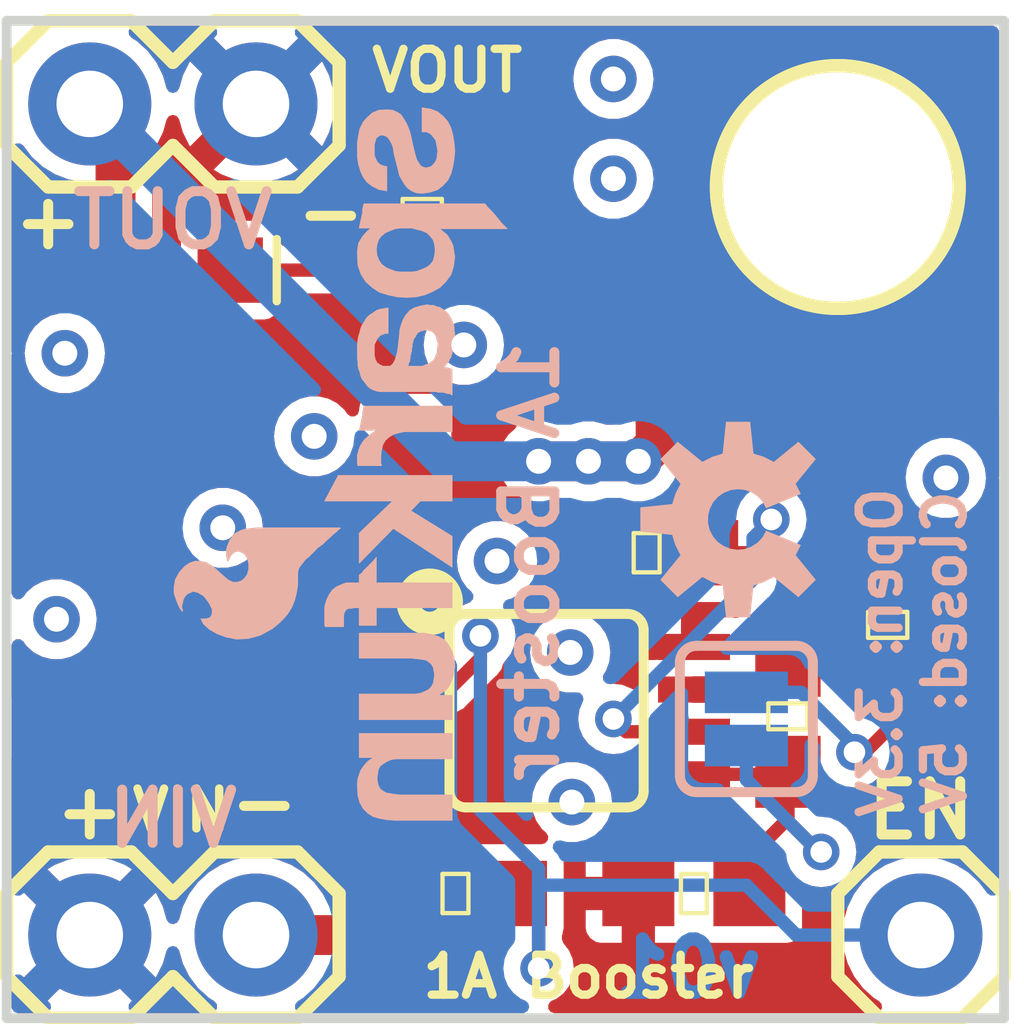
<source format=kicad_pcb>
(kicad_pcb (version 20221018) (generator pcbnew)
  (layers (0 "F.Cu" signal) (31 "B.Cu" signal) (34 "B.Paste" user) (35 "F.Paste" user) (36 "B.SilkS" user "B.Silkscreen") (37 "F.SilkS" user "F.Silkscreen") (38 "B.Mask" user) (39 "F.Mask" user) (44 "Edge.Cuts" user))
  (net 0 "")
  (net 1 "Net-(D1-PadC)")
  (net 2 "Net-(JP1-Pad1)")
  (net 3 "/VCC")
  (net 4 "/GND")
  (net 5 "/VBATT")
  (net 6 "/EN")
  (net 7 "/FB")
  (net 8 "/LX")
  (net 9 "/RSET")
  (footprint "Capacitors:0805" (layer "F.Cu") (at 67.17284 81.915 180)
    (fp_text reference "C1" hide)
    (fp_text value "22UF-0805-6.3V-20%" hide)
    (pad "1" smd rect (at -0.89916 0 180) (size 0.79756 1.19888) (layers "F.Cu" "F.Paste" "F.Mask") (net 5 "/VBATT"))
    (pad "2" smd rect (at 0.89916 0 180) (size 0.79756 1.19888) (layers "F.Cu" "F.Paste" "F.Mask") (net 4 "/GND"))
  )
  (footprint "Capacitors:0805" (layer "F.Cu") (at 72.517 76.327 180)
    (fp_text reference "C2" hide)
    (fp_text value "22UF-0805-6.3V-20%" hide)
    (pad "1" smd rect (at -0.89916 0 180) (size 0.79756 1.19888) (layers "F.Cu" "F.Paste" "F.Mask") (net 3 "/VCC"))
    (pad "2" smd rect (at 0.89916 0 180) (size 0.79756 1.19888) (layers "F.Cu" "F.Paste" "F.Mask") (net 4 "/GND"))
  )
  (footprint "Capacitors:0805" (layer "F.Cu") (at 71.374 73.914 90)
    (fp_text reference "C3" hide)
    (fp_text value "22UF-0805-6.3V-20%" hide)
    (pad "1" smd rect (at -0.89916 0 90) (size 0.79756 1.19888) (layers "F.Cu" "F.Paste" "F.Mask") (net 3 "/VCC"))
    (pad "2" smd rect (at 0.89916 0 90) (size 0.79756 1.19888) (layers "F.Cu" "F.Paste" "F.Mask") (net 4 "/GND"))
  )
  (footprint "LED:LED-0603" (layer "F.Cu") (at 66.04 74.93)
    (fp_text reference "D1" hide)
    (fp_text value "LED-RED0603" hide)
    (fp_line (start 1.5875 -0.47498) (end 1.5875 0.47498) (stroke (width 0.127)) (layer "F.SilkS"))
    (pad "A" smd rect (at -0.8763 0 270) (size 0.99822 0.99822) (layers "F.Cu" "F.Paste" "F.Mask") (net 3 "/VCC"))
    (pad "C" smd rect (at 0.8763 0 270) (size 0.99822 0.99822) (layers "F.Cu" "F.Paste" "F.Mask") (net 1 "Net-(D1-PadC)"))
  )
  (footprint "Aesthetics:FIDUCIAL-1X2" (layer "F.Cu") (at 77.724 76.962)
    (fp_text reference "FD1" hide)
    (fp_text value "FIDUCIAL1X2" hide)
    (pad "1" smd circle (at 0 0) (size 0.99822 0.99822) (layers "F.Cu" "F.Paste" "F.Mask"))
  )
  (footprint "Aesthetics:FIDUCIAL-1X2" (layer "F.Cu") (at 64.389 81.915)
    (fp_text reference "FD2" hide)
    (fp_text value "FIDUCIAL1X2" hide)
    (pad "1" smd circle (at 0 0) (size 0.99822 0.99822) (layers "F.Cu" "F.Paste" "F.Mask"))
  )
  (footprint "Hardware:STAND-OFF" (layer "F.Cu") (at 76.2 73.66)
    (fp_text reference "H1" hide)
    (fp_text value "STAND-OFF" hide)
    (fp_arc (start 0 -1.8542) (mid 1.8542 0) (end 0 1.8542) (stroke (width 0.2032)) (layer "F.SilkS"))
    (fp_arc (start 0 -1.8542) (mid 1.8542 0) (end 0 1.8542) (stroke (width 0.2032)) (layer "F.SilkS"))
    (fp_arc (start 0 1.8542) (mid -1.8542 0) (end 0 -1.8542) (stroke (width 0.2032)) (layer "F.SilkS"))
    (fp_arc (start 0 1.8542) (mid -1.8542 0) (end 0 -1.8542) (stroke (width 0.2032)) (layer "F.SilkS"))
    (pad "" np_thru_hole circle (at 0 0) (size 3.302 3.302) (drill 3.302) (layers "*.Cu" "*.Mask"))
  )
  (footprint "Coils:INDUCTOR_2.2UH" (layer "F.Cu") (at 67.691 77.724)
    (fp_text reference "L1" hide)
    (fp_text value "INDUCTOR-CDRH-4.7UH" hide)
    (pad "P$1" smd rect (at -1.89992 0 90) (size 1.29794 0.89916) (layers "F.Cu" "F.Paste" "F.Mask") (net 5 "/VBATT"))
    (pad "P$2" smd rect (at 1.89992 0) (size 0.89916 1.29794) (layers "F.Cu" "F.Paste" "F.Mask") (net 8 "/LX"))
  )
  (footprint "Resistors:0603" (layer "F.Cu") (at 70.358 84.455)
    (fp_text reference "R1" hide)
    (fp_text value "10KOHM-0603-1_10W-1%" hide)
    (fp_line (start -0.19812 -0.29972) (end 0.19812 -0.29972) (stroke (width 0.06604)) (layer "F.SilkS"))
    (fp_line (start -0.19812 0.29972) (end -0.19812 -0.29972) (stroke (width 0.06604)) (layer "F.SilkS"))
    (fp_line (start -0.19812 0.29972) (end 0.19812 0.29972) (stroke (width 0.06604)) (layer "F.SilkS"))
    (fp_line (start 0.19812 0.29972) (end 0.19812 -0.29972) (stroke (width 0.06604)) (layer "F.SilkS"))
    (pad "1" smd rect (at -0.84836 0) (size 1.09982 0.99822) (layers "F.Cu" "F.Paste" "F.Mask") (net 5 "/VBATT"))
    (pad "2" smd rect (at 0.84836 0) (size 1.09982 0.99822) (layers "F.Cu" "F.Paste" "F.Mask") (net 6 "/EN"))
  )
  (footprint "Resistors:0603" (layer "F.Cu") (at 73.279 79.248 180)
    (fp_text reference "R2" hide)
    (fp_text value "100KOHM-0603-1_10W-1%" hide)
    (fp_line (start -0.19812 -0.29972) (end 0.19812 -0.29972) (stroke (width 0.06604)) (layer "F.SilkS"))
    (fp_line (start -0.19812 0.29972) (end -0.19812 -0.29972) (stroke (width 0.06604)) (layer "F.SilkS"))
    (fp_line (start -0.19812 0.29972) (end 0.19812 0.29972) (stroke (width 0.06604)) (layer "F.SilkS"))
    (fp_line (start 0.19812 0.29972) (end 0.19812 -0.29972) (stroke (width 0.06604)) (layer "F.SilkS"))
    (pad "1" smd rect (at -0.84836 0 180) (size 1.09982 0.99822) (layers "F.Cu" "F.Paste" "F.Mask") (net 9 "/RSET"))
    (pad "2" smd rect (at 0.84836 0 180) (size 1.09982 0.99822) (layers "F.Cu" "F.Paste" "F.Mask") (net 4 "/GND"))
  )
  (footprint "Resistors:0603" (layer "F.Cu") (at 75.438 81.74736 90)
    (fp_text reference "R3" hide)
    (fp_text value "820KOHM-0603-1_10W-1%" hide)
    (fp_line (start -0.19812 -0.29972) (end 0.19812 -0.29972) (stroke (width 0.06604)) (layer "F.SilkS"))
    (fp_line (start -0.19812 0.29972) (end -0.19812 -0.29972) (stroke (width 0.06604)) (layer "F.SilkS"))
    (fp_line (start -0.19812 0.29972) (end 0.19812 0.29972) (stroke (width 0.06604)) (layer "F.SilkS"))
    (fp_line (start 0.19812 0.29972) (end 0.19812 -0.29972) (stroke (width 0.06604)) (layer "F.SilkS"))
    (pad "1" smd rect (at -0.84836 0 90) (size 1.09982 0.99822) (layers "F.Cu" "F.Paste" "F.Mask") (net 7 "/FB"))
    (pad "2" smd rect (at 0.84836 0 90) (size 1.09982 0.99822) (layers "F.Cu" "F.Paste" "F.Mask") (net 3 "/VCC"))
  )
  (footprint "Resistors:0603" (layer "F.Cu") (at 74.00036 84.455)
    (fp_text reference "R4" hide)
    (fp_text value "100KOHM-0603-1_10W-1%" hide)
    (fp_line (start -0.19812 -0.29972) (end 0.19812 -0.29972) (stroke (width 0.06604)) (layer "F.SilkS"))
    (fp_line (start -0.19812 0.29972) (end -0.19812 -0.29972) (stroke (width 0.06604)) (layer "F.SilkS"))
    (fp_line (start -0.19812 0.29972) (end 0.19812 0.29972) (stroke (width 0.06604)) (layer "F.SilkS"))
    (fp_line (start 0.19812 0.29972) (end 0.19812 -0.29972) (stroke (width 0.06604)) (layer "F.SilkS"))
    (pad "1" smd rect (at -0.84836 0) (size 1.09982 0.99822) (layers "F.Cu" "F.Paste" "F.Mask") (net 4 "/GND"))
    (pad "2" smd rect (at 0.84836 0) (size 1.09982 0.99822) (layers "F.Cu" "F.Paste" "F.Mask") (net 7 "/FB"))
  )
  (footprint "Resistors:0603" (layer "F.Cu") (at 76.962 80.35036 90)
    (fp_text reference "R5" hide)
    (fp_text value "820KOHM-0603-1_10W-1%" hide)
    (fp_line (start -0.19812 -0.29972) (end 0.19812 -0.29972) (stroke (width 0.06604)) (layer "F.SilkS"))
    (fp_line (start -0.19812 0.29972) (end -0.19812 -0.29972) (stroke (width 0.06604)) (layer "F.SilkS"))
    (fp_line (start -0.19812 0.29972) (end 0.19812 0.29972) (stroke (width 0.06604)) (layer "F.SilkS"))
    (fp_line (start 0.19812 0.29972) (end 0.19812 -0.29972) (stroke (width 0.06604)) (layer "F.SilkS"))
    (pad "1" smd rect (at -0.84836 0 90) (size 1.09982 0.99822) (layers "F.Cu" "F.Paste" "F.Mask") (net 2 "Net-(JP1-Pad1)"))
    (pad "2" smd rect (at 0.84836 0 90) (size 1.09982 0.99822) (layers "F.Cu" "F.Paste" "F.Mask") (net 3 "/VCC"))
  )
  (footprint "Resistors:0603" (layer "F.Cu") (at 69.85 74.041 -90)
    (fp_text reference "R6" hide)
    (fp_text value "4.7KOHM-0603-1_10W-1%" hide)
    (fp_line (start -0.19812 -0.29972) (end 0.19812 -0.29972) (stroke (width 0.06604)) (layer "F.SilkS"))
    (fp_line (start -0.19812 0.29972) (end -0.19812 -0.29972) (stroke (width 0.06604)) (layer "F.SilkS"))
    (fp_line (start -0.19812 0.29972) (end 0.19812 0.29972) (stroke (width 0.06604)) (layer "F.SilkS"))
    (fp_line (start 0.19812 0.29972) (end 0.19812 -0.29972) (stroke (width 0.06604)) (layer "F.SilkS"))
    (pad "1" smd rect (at -0.84836 0 270) (size 1.09982 0.99822) (layers "F.Cu" "F.Paste" "F.Mask") (net 4 "/GND"))
    (pad "2" smd rect (at 0.84836 0 270) (size 1.09982 0.99822) (layers "F.Cu" "F.Paste" "F.Mask") (net 1 "Net-(D1-PadC)"))
  )
  (footprint "Silicon-Standard:MSOP8" (layer "F.Cu") (at 71.755 81.661 -90)
    (fp_text reference "U1" hide)
    (fp_text value "PAM2401" hide)
    (fp_line (start -1.47828 -1.22936) (end -1.47828 1.22936) (stroke (width 0.1524)) (layer "F.SilkS"))
    (fp_line (start -1.2192 -1.47828) (end 1.23952 -1.47828) (stroke (width 0.1524)) (layer "F.SilkS"))
    (fp_line (start 1.23952 1.48844) (end -1.2192 1.48844) (stroke (width 0.1524)) (layer "F.SilkS"))
    (fp_line (start 1.47828 1.23952) (end 1.47828 -1.22936) (stroke (width 0.1524)) (layer "F.SilkS"))
    (fp_arc (start -1.47828 -1.22936) (mid -1.405373 -1.405373) (end -1.22936 -1.47828) (stroke (width 0.1524)) (layer "F.SilkS"))
    (fp_arc (start -1.22936 1.48844) (mid -1.405373 1.415533) (end -1.47828 1.23952) (stroke (width 0.1524)) (layer "F.SilkS"))
    (fp_arc (start 1.22936 -1.47828) (mid 1.405373 -1.405373) (end 1.47828 -1.22936) (stroke (width 0.1524)) (layer "F.SilkS"))
    (fp_arc (start 1.47828 1.23952) (mid 1.405373 1.415533) (end 1.22936 1.48844) (stroke (width 0.1524)) (layer "F.SilkS"))
    (fp_circle (center -1.6637 1.7907) (end -1.6637 1.6383) (stroke (width 0.3556)) (fill none) (layer "F.SilkS"))
    (pad "1" smd rect (at -0.97282 2.2479 270) (size 0.39878 1.09982) (layers "F.Cu" "F.Paste" "F.Mask") (net 8 "/LX"))
    (pad "2" smd rect (at -0.32258 2.2479 270) (size 0.39878 1.09982) (layers "F.Cu" "F.Paste" "F.Mask") (net 6 "/EN"))
    (pad "3" smd rect (at 0.32258 2.2479 270) (size 0.39878 1.09982) (layers "F.Cu" "F.Paste" "F.Mask") (net 5 "/VBATT"))
    (pad "4" smd rect (at 0.97282 2.2479 270) (size 0.39878 1.09982) (layers "F.Cu" "F.Paste" "F.Mask") (net 4 "/GND"))
    (pad "5" smd rect (at 0.97282 -2.2479 270) (size 0.39878 1.09982) (layers "F.Cu" "F.Paste" "F.Mask") (net 7 "/FB"))
    (pad "6" smd rect (at 0.32258 -2.2479 270) (size 0.39878 1.09982) (layers "F.Cu" "F.Paste" "F.Mask") (net 9 "/RSET"))
    (pad "7" smd rect (at -0.32258 -2.2479 270) (size 0.39878 1.09982) (layers "F.Cu" "F.Paste" "F.Mask") (net 3 "/VCC"))
    (pad "8" smd rect (at -0.97282 -2.2479 270) (size 0.39878 1.09982) (layers "F.Cu" "F.Paste" "F.Mask") (net 4 "/GND"))
  )
  (footprint "Connectors:1X02" (layer "F.Cu") (at 64.77 85.09)
    (fp_text reference "J1" hide)
    (fp_text value "CONN_02" hide)
    (fp_line (start -1.27 -0.635) (end -1.27 0.635) (stroke (width 0.2032)) (layer "F.SilkS"))
    (fp_line (start -1.27 0.635) (end -0.635 1.27) (stroke (width 0.2032)) (layer "F.SilkS"))
    (fp_line (start -0.635 -1.27) (end -1.27 -0.635) (stroke (width 0.2032)) (layer "F.SilkS"))
    (fp_line (start -0.635 -1.27) (end 0.635 -1.27) (stroke (width 0.2032)) (layer "F.SilkS"))
    (fp_line (start 0.635 -1.27) (end 1.27 -0.635) (stroke (width 0.2032)) (layer "F.SilkS"))
    (fp_line (start 0.635 1.27) (end -0.635 1.27) (stroke (width 0.2032)) (layer "F.SilkS"))
    (fp_line (start 1.27 -0.635) (end 1.905 -1.27) (stroke (width 0.2032)) (layer "F.SilkS"))
    (fp_line (start 1.27 0.635) (end 0.635 1.27) (stroke (width 0.2032)) (layer "F.SilkS"))
    (fp_line (start 1.905 -1.27) (end 3.175 -1.27) (stroke (width 0.2032)) (layer "F.SilkS"))
    (fp_line (start 1.905 1.27) (end 1.27 0.635) (stroke (width 0.2032)) (layer "F.SilkS"))
    (fp_line (start 3.175 -1.27) (end 3.81 -0.635) (stroke (width 0.2032)) (layer "F.SilkS"))
    (fp_line (start 3.175 1.27) (end 1.905 1.27) (stroke (width 0.2032)) (layer "F.SilkS"))
    (fp_line (start 3.81 -0.635) (end 3.81 0.635) (stroke (width 0.2032)) (layer "F.SilkS"))
    (fp_line (start 3.81 0.635) (end 3.175 1.27) (stroke (width 0.2032)) (layer "F.SilkS"))
    (pad "1" thru_hole circle (at 0 0) (size 1.8796 1.8796) (drill 1.016) (layers "*.Cu" "*.Mask") (net 4 "/GND"))
    (pad "2" thru_hole circle (at 2.54 0) (size 1.8796 1.8796) (drill 1.016) (layers "*.Cu" "*.Mask") (net 5 "/VBATT"))
  )
  (footprint "Connectors:1X01" (layer "F.Cu") (at 77.47 85.09)
    (fp_text reference "J2" hide)
    (fp_text value "CONN_01" hide)
    (fp_line (start -1.27 -0.635) (end -1.27 0.635) (stroke (width 0.2032)) (layer "F.SilkS"))
    (fp_line (start -1.27 0.635) (end -0.635 1.27) (stroke (width 0.2032)) (layer "F.SilkS"))
    (fp_line (start -0.635 -1.27) (end -1.27 -0.635) (stroke (width 0.2032)) (layer "F.SilkS"))
    (fp_line (start -0.635 1.27) (end 0.635 1.27) (stroke (width 0.2032)) (layer "F.SilkS"))
    (fp_line (start 0.635 -1.27) (end -0.635 -1.27) (stroke (width 0.2032)) (layer "F.SilkS"))
    (fp_line (start 0.635 1.27) (end 1.27 0.635) (stroke (width 0.2032)) (layer "F.SilkS"))
    (fp_line (start 1.27 -0.635) (end 0.635 -1.27) (stroke (width 0.2032)) (layer "F.SilkS"))
    (fp_line (start 1.27 0.635) (end 1.27 -0.635) (stroke (width 0.2032)) (layer "F.SilkS"))
    (pad "1" thru_hole circle (at 0 0) (size 1.8796 1.8796) (drill 1.016) (layers "*.Cu" "*.Mask") (net 6 "/EN"))
  )
  (footprint "Connectors:1X02" (layer "F.Cu") (at 67.31 72.39 180)
    (fp_text reference "J3" hide)
    (fp_text value "CONN_02" hide)
    (fp_line (start -1.27 -0.635) (end -1.27 0.635) (stroke (width 0.2032)) (layer "F.SilkS"))
    (fp_line (start -1.27 0.635) (end -0.635 1.27) (stroke (width 0.2032)) (layer "F.SilkS"))
    (fp_line (start -0.635 -1.27) (end -1.27 -0.635) (stroke (width 0.2032)) (layer "F.SilkS"))
    (fp_line (start -0.635 -1.27) (end 0.635 -1.27) (stroke (width 0.2032)) (layer "F.SilkS"))
    (fp_line (start 0.635 -1.27) (end 1.27 -0.635) (stroke (width 0.2032)) (layer "F.SilkS"))
    (fp_line (start 0.635 1.27) (end -0.635 1.27) (stroke (width 0.2032)) (layer "F.SilkS"))
    (fp_line (start 1.27 -0.635) (end 1.905 -1.27) (stroke (width 0.2032)) (layer "F.SilkS"))
    (fp_line (start 1.27 0.635) (end 0.635 1.27) (stroke (width 0.2032)) (layer "F.SilkS"))
    (fp_line (start 1.905 -1.27) (end 3.175 -1.27) (stroke (width 0.2032)) (layer "F.SilkS"))
    (fp_line (start 1.905 1.27) (end 1.27 0.635) (stroke (width 0.2032)) (layer "F.SilkS"))
    (fp_line (start 3.175 -1.27) (end 3.81 -0.635) (stroke (width 0.2032)) (layer "F.SilkS"))
    (fp_line (start 3.175 1.27) (end 1.905 1.27) (stroke (width 0.2032)) (layer "F.SilkS"))
    (fp_line (start 3.81 -0.635) (end 3.81 0.635) (stroke (width 0.2032)) (layer "F.SilkS"))
    (fp_line (start 3.81 0.635) (end 3.175 1.27) (stroke (width 0.2032)) (layer "F.SilkS"))
    (pad "1" thru_hole circle (at 0 0 180) (size 1.8796 1.8796) (drill 1.016) (layers "*.Cu" "*.Mask") (net 4 "/GND"))
    (pad "2" thru_hole circle (at 2.54 0 180) (size 1.8796 1.8796) (drill 1.016) (layers "*.Cu" "*.Mask") (net 3 "/VCC"))
  )
  (footprint "Jumpers:SMT-JUMPER_2_NO_SILK" (layer "B.Cu") (at 74.803 81.788 -90)
    (fp_text reference "JP1" hide)
    (fp_text value "JUMPER-SMT_2_NO" hide)
    (fp_line (start -1.1176 -0.762) (end -1.1176 0.762) (stroke (width 0.1524)) (layer "B.SilkS"))
    (fp_line (start -0.8636 1.016) (end 0.8636 1.016) (stroke (width 0.1524)) (layer "B.SilkS"))
    (fp_line (start 0.8636 -1.016) (end -0.8636 -1.016) (stroke (width 0.1524)) (layer "B.SilkS"))
    (fp_line (start 1.1176 -0.762) (end 1.1176 0.762) (stroke (width 0.1524)) (layer "B.SilkS"))
    (fp_arc (start -1.1176 -0.762) (mid -1.043205 -0.941605) (end -0.8636 -1.016) (stroke (width 0.1524)) (layer "B.SilkS"))
    (fp_arc (start -0.8636 1.016) (mid -1.043205 0.941605) (end -1.1176 0.762) (stroke (width 0.1524)) (layer "B.SilkS"))
    (fp_arc (start 0.8636 -1.016) (mid 1.043205 -0.941605) (end 1.1176 -0.762) (stroke (width 0.1524)) (layer "B.SilkS"))
    (fp_arc (start 1.1176 0.762) (mid 1.043205 0.941605) (end 0.8636 1.016) (stroke (width 0.1524)) (layer "B.SilkS"))
    (pad "1" smd rect (at -0.4064 0 270) (size 0.635 1.27) (layers "B.Cu" "B.Mask") (net 2 "Net-(JP1-Pad1)"))
    (pad "2" smd rect (at 0.4064 0 270) (size 0.635 1.27) (layers "B.Cu" "B.Mask") (net 7 "/FB"))
  )
  (footprint "Aesthetics:SFE_LOGO_NAME_FLAME_.1" (layer "B.Cu") (at 71.247 72.009 -90)
    (fp_text reference "LOGO1" hide)
    (fp_text value "SFE_LOGO_NAME_FLAME.1_INCH" hide)
    (fp_poly (pts (xy 2.9083 1.39954) (xy 2.93878 1.47828) (xy 2.94894 1.55956) (xy 2.94894 1.6383) (xy 3.33756 1.62814) (xy 3.32994 1.48844) (xy 3.29946 1.3589) (xy 3.24866 1.23952)) (stroke (width 0.01)) (fill solid) (layer "B.SilkS"))
    (fp_poly (pts (xy 6.0579 2.6797) (xy 6.44906 2.88798) (xy 6.44906 1.84912) (xy 6.93928 2.35966) (xy 7.39902 2.35966) (xy 6.86816 1.83896) (xy 7.45998 0.9398) (xy 6.98754 0.9398) (xy 6.59892 1.56972) (xy 6.44906 1.42748) (xy 6.44906 0.9398) (xy 6.0579 0.9398)) (stroke (width 0.01)) (fill solid) (layer "B.SilkS"))
    (fp_poly (pts (xy 3.92938 1.74752) (xy 4.01828 1.75768) (xy 4.10972 1.76784) (xy 4.1783 1.778) (xy 4.2291 1.57988) (xy 4.20878 1.56972) (xy 4.18846 1.56972) (xy 4.15798 1.55956) (xy 4.11988 1.55956) (xy 4.0894 1.5494) (xy 4.04876 1.5494) (xy 4.02844 1.53924) (xy 4.00812 1.53924)) (stroke (width 0.01)) (fill solid) (layer "B.SilkS"))
    (fp_poly (pts (xy 4.99872 2.28854) (xy 5.04952 2.2987) (xy 5.08762 2.30886) (xy 5.13842 2.30886) (xy 5.18922 2.31902) (xy 5.22986 2.32918) (xy 5.27812 2.33934) (xy 5.32892 2.3495) (xy 5.36956 2.35966) (xy 5.36956 2.08788) (xy 5.40766 2.159) (xy 5.4483 2.2098) (xy 5.4991 2.26822) (xy 5.5499 2.30886) (xy 5.61848 2.3495) (xy 5.67944 2.36982) (xy 5.74802 2.3876) (xy 5.88772 2.3876) (xy 5.89788 2.37998) (xy 5.90804 2.37998) (xy 5.90804 2.0193) (xy 5.89788 2.0193) (xy 5.87756 2.02946) (xy 5.76834 2.02946) (xy 5.66928 2.0193) (xy 5.588 1.99898) (xy 5.51942 1.95834) (xy 5.46862 1.89992) (xy 5.42798 1.8288) (xy 5.40766 1.75768) (xy 5.38988 1.66878) (xy 5.38988 0.9398) (xy 4.99872 0.9398) (xy 4.99872 2.11836)) (stroke (width 0.01)) (fill solid) (layer "B.SilkS"))
    (fp_poly (pts (xy 7.69874 2.09804) (xy 7.30758 2.09804) (xy 7.34822 2.12852) (xy 7.3787 2.159) (xy 7.40918 2.18948) (xy 7.44982 2.22758) (xy 7.47776 2.25806) (xy 7.50824 2.28854) (xy 7.54888 2.31902) (xy 7.57936 2.35966) (xy 7.69874 2.35966) (xy 7.69874 2.55778) (xy 7.72922 2.63906) (xy 7.7597 2.70764) (xy 7.80796 2.7686) (xy 7.87908 2.8194) (xy 7.95782 2.8575) (xy 8.05942 2.88798) (xy 8.34898 2.88798) (xy 8.3693 2.87782) (xy 8.3693 2.59842) (xy 8.19912 2.59842) (xy 8.15848 2.58826) (xy 8.13816 2.5781) (xy 8.11784 2.56794) (xy 8.09752 2.54) (xy 8.0899 2.51968) (xy 8.0899 2.47904) (xy 8.07974 2.4384) (xy 8.07974 2.35966) (xy 8.34898 2.35966) (xy 8.34898 2.09804) (xy 8.07974 2.09804) (xy 8.07974 0.9398) (xy 7.69874 0.9398) (xy 7.69874 1.94818)) (stroke (width 0.01)) (fill solid) (layer "B.SilkS"))
    (fp_poly (pts (xy 9.78916 0.9398) (xy 9.41832 0.9398) (xy 9.41832 1.13792) (xy 9.40816 1.13792) (xy 9.36752 1.0795) (xy 9.32942 1.0287) (xy 9.27862 0.98806) (xy 9.21766 0.95758) (xy 9.1694 0.9398) (xy 9.10844 0.91948) (xy 9.03986 0.90932) (xy 8.9789 0.89916) (xy 8.8392 0.90932) (xy 8.72998 0.94996) (xy 8.63854 0.99822) (xy 8.56996 1.05918) (xy 8.51916 1.14808) (xy 8.48868 1.24968) (xy 8.46836 1.3589) (xy 8.46836 2.35966) (xy 8.84936 2.35966) (xy 8.84936 1.55956) (xy 8.85952 1.47828) (xy 8.86968 1.39954) (xy 8.87984 1.33858) (xy 8.90778 1.29794) (xy 8.93826 1.25984) (xy 8.98906 1.22936) (xy 9.03986 1.2192) (xy 9.09828 1.20904) (xy 9.17956 1.2192) (xy 9.23798 1.22936) (xy 9.28878 1.25984) (xy 9.32942 1.29794) (xy 9.3599 1.3589) (xy 9.38784 1.42748) (xy 9.398 1.50876) (xy 9.398 2.35966) (xy 9.78916 2.35966) (xy 9.78916 1.1176)) (stroke (width 0.01)) (fill solid) (layer "B.SilkS"))
    (fp_poly (pts (xy 9.99998 2.35966) (xy 10.36828 2.35966) (xy 10.36828 2.159) (xy 10.37844 2.159) (xy 10.41908 2.21996) (xy 10.45972 2.25806) (xy 10.50798 2.2987) (xy 10.56894 2.33934) (xy 10.6299 2.35966) (xy 10.68832 2.37998) (xy 10.74928 2.3876) (xy 10.8077 2.3876) (xy 10.94994 2.37998) (xy 11.05916 2.3495) (xy 11.14806 2.2987) (xy 11.21918 2.22758) (xy 11.26998 2.14884) (xy 11.29792 2.04978) (xy 11.31824 1.93802) (xy 11.3284 1.80848) (xy 11.3284 0.9398) (xy 10.93978 0.9398) (xy 10.93978 1.7399) (xy 10.92962 1.81864) (xy 10.91946 1.88976) (xy 10.9093 1.94818) (xy 10.87882 1.99898) (xy 10.84834 2.03962) (xy 10.79754 2.06756) (xy 10.74928 2.07772) (xy 10.68832 2.08788) (xy 10.60958 2.07772) (xy 10.54862 2.06756) (xy 10.49782 2.03962) (xy 10.45972 1.98882) (xy 10.42924 1.93802) (xy 10.39876 1.86944) (xy 10.3886 1.778) (xy 10.3886 0.9398) (xy 9.99998 0.9398) (xy 9.99998 2.17932)) (stroke (width 0.01)) (fill solid) (layer "B.SilkS"))
    (fp_poly (pts (xy 3.24866 1.23952) (xy 3.1877 1.12776) (xy 3.0988 1.03886) (xy 2.98958 0.95758) (xy 2.86766 0.91948) (xy 2.7178 0.89916) (xy 2.65938 0.90932) (xy 2.59842 0.91948) (xy 2.54 0.92964) (xy 2.47904 0.95758) (xy 2.42824 0.98806) (xy 2.37998 1.01854) (xy 2.33934 1.06934) (xy 2.2987 1.1176) (xy 2.28854 1.1176) (xy 2.28854 0.09906) (xy 2.2479 0.1397) (xy 2.19964 0.18796) (xy 2.14884 0.2286) (xy 2.09804 0.26924) (xy 2.04978 0.30988) (xy 1.99898 0.35814) (xy 1.95834 0.39878) (xy 1.90754 0.43942) (xy 1.90754 2.28854) (xy 1.94818 2.2987) (xy 1.99898 2.30886) (xy 2.04978 2.30886) (xy 2.08788 2.31902) (xy 2.13868 2.32918) (xy 2.17932 2.33934) (xy 2.22758 2.3495) (xy 2.27838 2.35966) (xy 2.27838 2.17932) (xy 2.31902 2.22758) (xy 2.35966 2.26822) (xy 2.40792 2.30886) (xy 2.45872 2.33934) (xy 2.50952 2.36982) (xy 2.56794 2.37998) (xy 2.6289 2.3876) (xy 2.69748 2.3876) (xy 2.84988 2.37998) (xy 2.98958 2.32918) (xy 3.0988 2.25806) (xy 3.1877 2.159) (xy 3.25882 2.04978) (xy 3.29946 1.9177) (xy 3.32994 1.778) (xy 3.33756 1.62814) (xy 2.94894 1.6383) (xy 2.94894 1.72974) (xy 2.93878 1.80848) (xy 2.9083 1.88976) (xy 2.87782 1.95834) (xy 2.82956 2.0193) (xy 2.7686 2.05994) (xy 2.69748 2.08788) (xy 2.60858 2.09804) (xy 2.52984 2.08788) (xy 2.44856 2.05994) (xy 2.39776 2.0193) (xy 2.3495 1.95834) (xy 2.31902 1.88976) (xy 2.28854 1.80848) (xy 2.27838 1.72974) (xy 2.27838 1.55956) (xy 2.2987 1.47828) (xy 2.31902 1.39954) (xy 2.3495 1.32842) (xy 2.39776 1.27762) (xy 2.45872 1.22936) (xy 2.52984 1.20904) (xy 2.61874 1.19888) (xy 2.69748 1.20904) (xy 2.77876 1.22936) (xy 2.83972 1.27762) (xy 2.87782 1.32842) (xy 2.9083 1.39954)) (stroke (width 0.01)) (fill solid) (layer "B.SilkS"))
    (fp_poly (pts (xy 0.80772 1.39954) (xy 0.80772 1.33858) (xy 0.82804 1.28778) (xy 0.85852 1.24968) (xy 0.89916 1.2192) (xy 0.9398 1.18872) (xy 0.99822 1.17856) (xy 1.04902 1.1684) (xy 1.10998 1.15824) (xy 1.14808 1.1684) (xy 1.18872 1.1684) (xy 1.22936 1.17856) (xy 1.27 1.19888) (xy 1.3081 1.22936) (xy 1.33858 1.25984) (xy 1.34874 1.29794) (xy 1.3589 1.33858) (xy 1.34874 1.37922) (xy 1.32842 1.41986) (xy 1.28778 1.4478) (xy 1.23952 1.47828) (xy 1.17856 1.4986) (xy 1.09982 1.51892) (xy 1.01854 1.53924) (xy 0.91948 1.55956) (xy 0.82804 1.57988) (xy 0.7493 1.60782) (xy 0.67818 1.6383) (xy 0.6096 1.67894) (xy 0.54864 1.71958) (xy 0.508 1.778) (xy 0.47752 1.84912) (xy 0.4699 1.93802) (xy 0.47752 2.05994) (xy 0.51816 2.159) (xy 0.58928 2.23774) (xy 0.65786 2.2987) (xy 0.75946 2.3495) (xy 0.85852 2.36982) (xy 0.96774 2.3876) (xy 1.19888 2.3876) (xy 1.3081 2.36982) (xy 1.4097 2.33934) (xy 1.4986 2.2987) (xy 1.57988 2.23774) (xy 1.6383 2.159) (xy 1.6891 2.05994) (xy 1.70942 1.93802) (xy 1.33858 1.93802) (xy 1.32842 1.98882) (xy 1.3081 2.03962) (xy 1.28778 2.06756) (xy 1.25984 2.08788) (xy 1.2192 2.1082) (xy 1.1684 2.12852) (xy 0.99822 2.12852) (xy 0.96774 2.11836) (xy 0.92964 2.1082) (xy 0.89916 2.09804) (xy 0.87884 2.06756) (xy 0.85852 2.03962) (xy 0.85852 1.99898) (xy 0.86868 1.95834) (xy 0.89916 1.9177) (xy 0.9398 1.88976) (xy 0.99822 1.85928) (xy 1.05918 1.83896) (xy 1.13792 1.8288) (xy 1.2192 1.80848) (xy 1.29794 1.78816) (xy 1.37922 1.76784) (xy 1.46812 1.74752) (xy 1.53924 1.70942) (xy 1.60782 1.66878) (xy 1.66878 1.61798) (xy 1.70942 1.55956) (xy 1.7399 1.48844) (xy 1.74752 1.39954) (xy 1.72974 1.27) (xy 1.6891 1.15824) (xy 1.62814 1.0795) (xy 1.5494 1.00838) (xy 1.4478 0.95758) (xy 1.33858 0.92964) (xy 1.2192 0.90932) (xy 1.09982 0.89916) (xy 0.9779 0.90932) (xy 0.85852 0.92964) (xy 0.7493 0.95758) (xy 0.6477 1.00838) (xy 0.56896 1.0795) (xy 0.49784 1.1684) (xy 0.45974 1.27) (xy 0.43942 1.39954) (xy 0.75946 1.39954)) (stroke (width 0.01)) (fill solid) (layer "B.SilkS"))
    (fp_poly (pts (xy 8.24992 4.77774) (xy 8.24992 4.699) (xy 8.23976 4.66852) (xy 8.2296 4.63804) (xy 8.19912 4.61772) (xy 8.16864 4.60756) (xy 8.09752 4.60756) (xy 8.05942 4.62788) (xy 8.01878 4.6482) (xy 7.9883 4.66852) (xy 7.94766 4.699) (xy 7.91972 4.71932) (xy 7.88924 4.7498) (xy 7.86892 4.7879) (xy 7.8486 4.81838) (xy 7.83844 4.85902) (xy 7.82828 4.8895) (xy 7.83844 4.91998) (xy 7.8486 4.93776) (xy 7.85876 4.96824) (xy 7.87908 4.99872) (xy 7.91972 5.0292) (xy 7.95782 5.04952) (xy 8.00862 5.05968) (xy 8.04926 5.06984) (xy 8.07974 5.06984) (xy 8.10768 5.05968) (xy 8.13816 5.05968) (xy 8.128 5.06984) (xy 8.0899 5.09778) (xy 8.02894 5.12826) (xy 7.94766 5.15874) (xy 7.85876 5.18922) (xy 7.7597 5.18922) (xy 7.64794 5.1689) (xy 7.53872 5.10794) (xy 7.44982 5.0292) (xy 7.39902 4.95808) (xy 7.36854 4.86918) (xy 7.36854 4.7879) (xy 7.38886 4.699) (xy 7.43966 4.60756) (xy 7.50824 4.52882) (xy 7.58952 4.43992) (xy 7.6581 4.35864) (xy 7.68858 4.28752) (xy 7.68858 4.21894) (xy 7.66826 4.15798) (xy 7.62762 4.10972) (xy 7.5692 4.06908) (xy 7.48792 4.04876) (xy 7.40918 4.04876) (xy 7.35838 4.05892) (xy 7.30758 4.07924) (xy 7.27964 4.09956) (xy 7.24916 4.1275) (xy 7.22884 4.16814) (xy 7.21868 4.19862) (xy 7.21868 4.2291) (xy 7.22884 4.25958) (xy 7.24916 4.28752) (xy 7.26948 4.30784) (xy 7.2898 4.32816) (xy 7.31774 4.33832) (xy 7.33806 4.34848) (xy 7.35838 4.35864) (xy 7.36854 4.3688) (xy 7.34822 4.37896) (xy 7.3279 4.37896) (xy 7.2898 4.38912) (xy 7.20852 4.38912) (xy 7.14756 4.37896) (xy 7.0993 4.35864) (xy 7.0485 4.33832) (xy 7.00786 4.30784) (xy 6.9596 4.2799) (xy 6.92912 4.2291) (xy 6.89864 4.16814) (xy 6.87832 4.10972) (xy 6.86816 4.01828) (xy 6.858 3.92938) (xy 6.858 2.64922) (xy 6.86816 2.64922) (xy 6.88848 2.6797) (xy 6.91896 2.70764) (xy 6.94944 2.74828) (xy 6.9977 2.79908) (xy 7.0485 2.8575) (xy 7.10946 2.91846) (xy 7.15772 2.98958) (xy 7.22884 3.05816) (xy 7.2898 3.11912) (xy 7.33806 3.17754) (xy 7.38886 3.21818) (xy 7.43966 3.25882) (xy 7.48792 3.2893) (xy 7.54888 3.29946) (xy 7.73938 3.29946) (xy 7.85876 3.31978) (xy 7.96798 3.34772) (xy 8.06958 3.38836) (xy 8.16864 3.44932) (xy 8.24992 3.5179) (xy 8.32866 3.59918) (xy 8.39978 3.68808) (xy 8.49884 3.86842) (xy 8.54964 4.04876) (xy 8.5598 4.2291) (xy 8.52932 4.38912) (xy 8.47852 4.52882) (xy 8.40994 4.6482) (xy 8.32866 4.73964)) (stroke (width 0.01)) (fill solid) (layer "B.SilkS"))
    (fp_poly (pts (xy 4.00812 1.53924) (xy 3.97764 1.52908) (xy 3.95986 1.51892) (xy 3.9497 1.50876) (xy 3.92938 1.4986) (xy 3.90906 1.48844) (xy 3.8989 1.47828) (xy 3.87858 1.46812) (xy 3.86842 1.4478) (xy 3.85826 1.42748) (xy 3.8481 1.4097) (xy 3.8481 1.38938) (xy 3.83794 1.36906) (xy 3.83794 1.31826) (xy 3.8481 1.28778) (xy 3.8481 1.27) (xy 3.85826 1.24968) (xy 3.86842 1.23952) (xy 3.87858 1.2192) (xy 3.8989 1.20904) (xy 3.90906 1.19888) (xy 3.92938 1.18872) (xy 3.9497 1.17856) (xy 3.96748 1.17856) (xy 3.9878 1.1684) (xy 4.00812 1.1684) (xy 4.02844 1.15824) (xy 4.07924 1.15824) (xy 4.1275 1.1684) (xy 4.1783 1.1684) (xy 4.21894 1.18872) (xy 4.25958 1.19888) (xy 4.28752 1.2192) (xy 4.30784 1.23952) (xy 4.32816 1.27) (xy 4.34848 1.28778) (xy 4.35864 1.31826) (xy 4.3688 1.34874) (xy 4.37896 1.36906) (xy 4.38912 1.39954) (xy 4.38912 1.62814) (xy 4.37896 1.61798) (xy 4.3688 1.60782) (xy 4.34848 1.60782) (xy 4.32816 1.59766) (xy 4.30784 1.5875) (xy 4.28752 1.5875) (xy 4.26974 1.57988) (xy 4.2291 1.57988) (xy 4.1783 1.778) (xy 4.24942 1.79832) (xy 4.30784 1.81864) (xy 4.35864 1.84912) (xy 4.38912 1.88976) (xy 4.38912 1.99898) (xy 4.37896 2.0193) (xy 4.3688 2.03962) (xy 4.35864 2.05994) (xy 4.34848 2.06756) (xy 4.33832 2.08788) (xy 4.318 2.09804) (xy 4.29768 2.1082) (xy 4.2799 2.11836) (xy 4.25958 2.11836) (xy 4.23926 2.12852) (xy 4.05892 2.12852) (xy 4.0386 2.11836) (xy 4.01828 2.1082) (xy 3.99796 2.09804) (xy 3.97764 2.08788) (xy 3.95986 2.07772) (xy 3.9497 2.06756) (xy 3.92938 2.04978) (xy 3.91922 2.03962) (xy 3.90906 2.0193) (xy 3.8989 1.98882) (xy 3.88874 1.9685) (xy 3.88874 1.9177) (xy 3.49758 1.9177) (xy 3.50774 1.97866) (xy 3.5179 2.03962) (xy 3.53822 2.09804) (xy 3.5687 2.13868) (xy 3.59918 2.18948) (xy 3.62966 2.22758) (xy 3.66776 2.25806) (xy 3.71856 2.28854) (xy 3.76936 2.31902) (xy 3.81762 2.33934) (xy 3.86842 2.3495) (xy 3.92938 2.36982) (xy 3.9878 2.37998) (xy 4.0386 2.3876) (xy 4.26974 2.3876) (xy 4.318 2.37998) (xy 4.37896 2.37998) (xy 4.42976 2.36982) (xy 4.47802 2.3495) (xy 4.52882 2.33934) (xy 4.57962 2.31902) (xy 4.61772 2.28854) (xy 4.65836 2.25806) (xy 4.699 2.22758) (xy 4.72948 2.18948) (xy 4.7498 2.14884) (xy 4.76758 2.09804) (xy 4.77774 2.04978) (xy 4.77774 1.17856) (xy 4.7879 1.15824) (xy 4.7879 1.06934) (xy 4.79806 1.04902) (xy 4.79806 1.0287) (xy 4.80822 1.00838) (xy 4.80822 0.9779) (xy 4.81838 0.95758) (xy 4.82854 0.94996) (xy 4.82854 0.9398) (xy 4.43992 0.9398) (xy 4.43992 0.94996) (xy 4.42976 0.95758) (xy 4.42976 0.96774) (xy 4.4196 0.9779) (xy 4.4196 1.00838) (xy 4.40944 1.01854) (xy 4.40944 1.0795) (xy 4.38912 1.04902) (xy 4.35864 1.0287) (xy 4.33832 1.00838) (xy 4.30784 0.98806) (xy 4.2799 0.9779) (xy 4.24942 0.95758) (xy 4.21894 0.94996) (xy 4.18846 0.9398) (xy 4.15798 0.92964) (xy 4.1275 0.91948) (xy 4.09956 0.91948) (xy 4.06908 0.90932) (xy 4.02844 0.90932) (xy 3.99796 0.89916) (xy 3.88874 0.89916) (xy 3.83794 0.90932) (xy 3.78968 0.90932) (xy 3.74904 0.91948) (xy 3.69824 0.9398) (xy 3.6576 0.95758) (xy 3.62966 0.9779) (xy 3.58902 0.99822) (xy 3.55854 1.0287) (xy 3.53822 1.05918) (xy 3.50774 1.09982) (xy 3.48996 1.12776) (xy 3.4798 1.17856) (xy 3.45948 1.2192) (xy 3.45948 1.27) (xy 3.44932 1.31826) (xy 3.46964 1.42748) (xy 3.49758 1.51892) (xy 3.53822 1.5875) (xy 3.60934 1.64846) (xy 3.67792 1.6891) (xy 3.7592 1.71958) (xy 3.83794 1.7399) (xy 3.92938 1.74752)) (stroke (width 0.01)) (fill solid) (layer "B.SilkS"))
  )
  (footprint "Aesthetics:OSHW-LOGO-S" (layer "B.Cu") (at 74.676 78.74 -90)
    (fp_text reference "LOGO2" hide)
    (fp_text value "OSHW-LOGOS" hide)
    (fp_poly (pts (xy 0.3937 -0.9525) (xy 0.5461 -0.87376) (xy 0.92202 -1.1811) (xy 1.1811 -0.92202) (xy 0.87376 -0.5461) (xy 0.9525 -0.3937) (xy 1.0033 -0.23114) (xy 1.48844 -0.18034) (xy 1.48844 0.18034) (xy 1.0033 0.23114) (xy 0.9525 0.3937) (xy 0.87376 0.5461) (xy 1.1811 0.92202) (xy 0.92202 1.1811) (xy 0.5461 0.87376) (xy 0.3937 0.9525) (xy 0.23114 1.0033) (xy 0.18034 1.48844) (xy -0.18034 1.48844) (xy -0.23114 1.0033) (xy -0.3937 0.9525) (xy -0.5461 0.87376) (xy -0.92202 1.1811) (xy -1.1811 0.92202) (xy -0.87376 0.5461) (xy -0.9525 0.3937) (xy -1.0033 0.23114) (xy -1.48844 0.18034) (xy -1.48844 -0.18034) (xy -1.0033 -0.23114) (xy -0.9525 -0.3937) (xy -0.87376 -0.5461) (xy -1.1811 -0.92202) (xy -0.92202 -1.1811) (xy -0.5461 -0.87376) (xy -0.3937 -0.9525) (xy -0.1778 -0.4318) (xy -0.27432 -0.37846) (xy -0.3556 -0.30226) (xy -0.41656 -0.21082) (xy -0.45466 -0.10922) (xy -0.46736 0) (xy -0.45466 0.10922) (xy -0.41402 0.2159) (xy -0.35052 0.30734) (xy -0.2667 0.38354) (xy -0.16764 0.43434) (xy -0.06096 0.46228) (xy 0.0508 0.46482) (xy 0.16002 0.43942) (xy 0.25908 0.38862) (xy 0.34544 0.31496) (xy 0.40894 0.22352) (xy 0.45212 0.11938) (xy 0.46736 0.01016) (xy 0.4572 -0.09906) (xy 0.4191 -0.20574) (xy 0.35814 -0.29972) (xy 0.27686 -0.37592) (xy 0.1778 -0.4318)) (stroke (width 0.01)) (fill solid) (layer "B.SilkS"))
  )
  (gr_line (start 78.74 71.12) (end 78.74 86.36) (stroke (width 0.15)) (layer "Edge.Cuts"))
  (gr_line (start 63.5 71.12) (end 78.74 71.12) (stroke (width 0.15)) (layer "Edge.Cuts"))
  (gr_line (start 78.74 86.36) (end 63.5 86.36) (stroke (width 0.15)) (layer "Edge.Cuts"))
  (gr_line (start 63.5 86.36) (end 63.5 71.12) (stroke (width 0.15)) (layer "Edge.Cuts"))
  (gr_text "v01" (at 73.914 85.598) (layer "B.Cu") (effects (font (size 0.8128 0.8128) (thickness 0.2032)) (justify mirror)))
  (gr_text "VOUT" (at 66.04 74.168) (layer "B.SilkS") (effects (font (size 0.8128 0.8128) (thickness 0.1524)) (justify mirror)))
  (gr_text "VIN" (at 66.04 83.312) (layer "B.SilkS") (effects (font (size 0.8128 0.8128) (thickness 0.1524)) (justify mirror)))
  (gr_text "Open: 3.3V\nClosed: 5V" (at 77.343 80.772 90) (layer "B.SilkS") (effects (font (size 0.6096 0.6096) (thickness 0.127)) (justify mirror)))
  (gr_text "1A Booster" (at 71.501 79.375 90) (layer "B.SilkS") (effects (font (size 0.8128 0.8128) (thickness 0.1524)) (justify mirror)))
  (gr_text "VIN" (at 66.167 83.185) (layer "F.SilkS") (effects (font (size 0.6096 0.6096) (thickness 0.127))))
  (gr_text "VOUT" (at 70.231 71.882) (layer "F.SilkS") (effects (font (size 0.6096 0.6096) (thickness 0.127))))
  (gr_text "EN" (at 77.47 83.185) (layer "F.SilkS") (effects (font (size 0.8128 0.8128) (thickness 0.1524))))
  (gr_text "+" (at 64.135 74.168) (layer "F.SilkS") (effects (font (size 0.8128 0.8128) (thickness 0.1524))))
  (gr_text "-" (at 68.453 74.041) (layer "F.SilkS") (effects (font (size 0.8128 0.8128) (thickness 0.1524))))
  (gr_text "+" (at 64.77 83.185) (layer "F.SilkS") (effects (font (size 0.8128 0.8128) (thickness 0.1524))))
  (gr_text "-" (at 67.437 83.058) (layer "F.SilkS") (effects (font (size 0.8128 0.8128) (thickness 0.1524))))
  (gr_text "1A Booster" (at 72.39 85.725) (layer "F.SilkS") (effects (font (size 0.6096 0.6096) (thickness 0.127))))
  (via (at 72.771 73.533) (size 0.7112) (drill 0.381) (layers "F.Cu" "B.Cu") (net 0))
  (via (at 64.389 76.2) (size 0.7112) (drill 0.381) (layers "F.Cu" "B.Cu") (net 0))
  (via (at 64.262 80.264) (size 0.7112) (drill 0.381) (layers "F.Cu" "B.Cu") (net 0))
  (via (at 68.199 77.47) (size 0.7112) (drill 0.381) (layers "F.Cu" "B.Cu") (net 0))
  (via (at 70.993 79.375) (size 0.7112) (drill 0.381) (layers "F.Cu" "B.Cu") (net 0))
  (via (at 72.136 83.058) (size 0.7112) (drill 0.381) (layers "F.Cu" "B.Cu") (net 0))
  (via (at 77.851 78.105) (size 0.7112) (drill 0.381) (layers "F.Cu" "B.Cu") (net 0))
  (via (at 70.485 76.073) (size 0.7112) (drill 0.381) (layers "F.Cu" "B.Cu") (net 0))
  (via (at 72.110592 80.772) (size 0.7112) (drill 0.381) (layers "F.Cu" "B.Cu") (net 0))
  (via (at 72.771 72.009) (size 0.7112) (drill 0.381) (layers "F.Cu" "B.Cu") (net 0))
  (via (at 66.802 78.867) (size 0.7112) (drill 0.381) (layers "F.Cu" "B.Cu") (net 0))
  (segment (start 66.9163 74.93) (end 69.80936 74.93) (width 0.2032) (layer "F.Cu") (net 1))
  (segment (start 69.80936 74.93) (end 69.85 74.88936) (width 0.2032) (layer "F.Cu") (net 1))
  (segment (start 76.962 81.19872) (end 76.962 81.95183) (width 0.2032) (layer "F.Cu") (net 2))
  (segment (start 76.61783 82.296) (end 76.454006 82.296) (width 0.2032) (layer "F.Cu") (net 2))
  (segment (start 76.962 81.95183) (end 76.61783 82.296) (width 0.2032) (layer "F.Cu") (net 2))
  (via (at 76.454006 82.296) (size 0.5588) (drill 0.3302) (layers "F.Cu" "B.Cu") (net 2))
  (segment (start 74.803 81.3816) (end 75.6412 81.3816) (width 0.2032) (layer "B.Cu") (net 2))
  (segment (start 76.454006 82.194406) (end 76.454006 82.296) (width 0.2032) (layer "B.Cu") (net 2))
  (segment (start 75.6412 81.3816) (end 76.454006 82.194406) (width 0.2032) (layer "B.Cu") (net 2))
  (segment (start 65.1637 72.7837) (end 64.77 72.39) (width 0.6096) (layer "F.Cu") (net 3))
  (segment (start 73.152 77.851) (end 72.39 77.851) (width 0.6096) (layer "F.Cu") (net 3))
  (segment (start 76.073 80.01) (end 75.438 80.645) (width 0.6096) (layer "F.Cu") (net 3))
  (segment (start 73.41616 76.327) (end 73.41616 77.58684) (width 0.6096) (layer "F.Cu") (net 3))
  (segment (start 76.835 78.232) (end 76.073 78.232) (width 0.2032) (layer "F.Cu") (net 3))
  (segment (start 71.374 74.81316) (end 72.78116 74.81316) (width 0.6096) (layer "F.Cu") (net 3))
  (segment (start 75.438 77.597) (end 76.073 78.232) (width 0.6096) (layer "F.Cu") (net 3))
  (segment (start 76.073 78.232) (end 76.073 80.01) (width 0.6096) (layer "F.Cu") (net 3))
  (segment (start 72.39 77.851) (end 72.389997 77.850997) (width 0.6096) (layer "F.Cu") (net 3))
  (segment (start 73.787 77.597) (end 75.438 77.597) (width 0.6096) (layer "F.Cu") (net 3))
  (segment (start 72.389997 77.850997) (end 71.628011 77.850997) (width 0.6096) (layer "F.Cu") (net 3))
  (segment (start 75.438 80.645) (end 75.438 80.899) (width 0.6096) (layer "F.Cu") (net 3))
  (segment (start 76.962 78.359) (end 76.835 78.232) (width 0.2032) (layer "F.Cu") (net 3))
  (segment (start 76.962 79.502) (end 76.962 78.359) (width 0.2032) (layer "F.Cu") (net 3))
  (segment (start 73.41616 77.22616) (end 73.787 77.597) (width 0.6096) (layer "F.Cu") (net 3))
  (segment (start 65.1637 74.93) (end 65.1637 72.7837) (width 0.6096) (layer "F.Cu") (net 3))
  (segment (start 73.41616 75.44816) (end 73.41616 76.327) (width 0.6096) (layer "F.Cu") (net 3))
  (segment (start 71.628011 77.850997) (end 71.628008 77.851) (width 0.6096) (layer "F.Cu") (net 3))
  (segment (start 76.835 79.502) (end 76.962 79.502) (width 0.6096) (layer "F.Cu") (net 3))
  (segment (start 73.41616 77.58684) (end 73.152 77.851) (width 0.6096) (layer "F.Cu") (net 3))
  (segment (start 74.0029 81.33842) (end 74.99858 81.33842) (width 0.4064) (layer "F.Cu") (net 3))
  (segment (start 73.41616 76.327) (end 73.41616 77.22616) (width 0.6096) (layer "F.Cu") (net 3))
  (segment (start 72.78116 74.81316) (end 73.41616 75.44816) (width 0.6096) (layer "F.Cu") (net 3))
  (via (at 73.152 77.851) (size 0.7112) (drill 0.381) (layers "F.Cu" "B.Cu") (net 3))
  (via (at 72.389997 77.850997) (size 0.7112) (drill 0.381) (layers "F.Cu" "B.Cu") (net 3))
  (via (at 71.628008 77.851) (size 0.7112) (drill 0.381) (layers "F.Cu" "B.Cu") (net 3))
  (segment (start 72.389997 77.850997) (end 71.628011 77.850997) (width 0.6096) (layer "B.Cu") (net 3))
  (segment (start 73.152 77.851) (end 72.39 77.851) (width 0.6096) (layer "B.Cu") (net 3))
  (segment (start 71.125114 77.851) (end 71.628008 77.851) (width 0.6096) (layer "B.Cu") (net 3))
  (segment (start 71.628011 77.850997) (end 71.628008 77.851) (width 0.6096) (layer "B.Cu") (net 3))
  (segment (start 72.39 77.851) (end 72.389997 77.850997) (width 0.6096) (layer "B.Cu") (net 3))
  (segment (start 64.77 72.39) (end 70.231 77.851) (width 0.6096) (layer "B.Cu") (net 3))
  (segment (start 70.231 77.851) (end 71.125114 77.851) (width 0.6096) (layer "B.Cu") (net 3))
  (segment (start 68.87464 85.09) (end 69.50964 84.455) (width 0.6096) (layer "F.Cu") (net 5))
  (segment (start 67.31 85.09) (end 68.87464 85.09) (width 0.6096) (layer "F.Cu") (net 5))
  (segment (start 68.14058 81.98358) (end 68.072 81.915) (width 0.4064) (layer "F.Cu") (net 5))
  (segment (start 69.5071 81.98358) (end 68.14058 81.98358) (width 0.4064) (layer "F.Cu") (net 5))
  (segment (start 65.79108 77.724) (end 65.79108 79.519778) (width 0.6096) (layer "F.Cu") (net 5))
  (segment (start 68.072 81.915) (end 68.072 83.01736) (width 0.6096) (layer "F.Cu") (net 5))
  (segment (start 68.059302 81.788) (end 68.072 81.788) (width 0.6096) (layer "F.Cu") (net 5))
  (segment (start 65.79108 79.519778) (end 68.059302 81.788) (width 0.6096) (layer "F.Cu") (net 5))
  (segment (start 68.072 83.01736) (end 69.50964 84.455) (width 0.6096) (layer "F.Cu") (net 5))
  (segment (start 68.072 81.788) (end 68.072 81.915) (width 0.6096) (layer "F.Cu") (net 5))
  (segment (start 70.26021 81.33842) (end 70.739 80.85963) (width 0.2032) (layer "F.Cu") (net 6))
  (segment (start 71.628 84.87664) (end 71.20636 84.455) (width 0.2032) (layer "F.Cu") (net 6))
  (segment (start 71.628 85.598) (end 71.628 84.87664) (width 0.2032) (layer "F.Cu") (net 6))
  (segment (start 70.739 80.85963) (end 70.739 80.518) (width 0.2032) (layer "F.Cu") (net 6))
  (segment (start 69.5071 81.33842) (end 70.26021 81.33842) (width 0.2032) (layer "F.Cu") (net 6))
  (via (at 71.628 85.598) (size 0.5588) (drill 0.3302) (layers "F.Cu" "B.Cu") (net 6))
  (via (at 70.739 80.518) (size 0.5588) (drill 0.3302) (layers "F.Cu" "B.Cu") (net 6))
  (segment (start 77.47 85.09) (end 75.565 85.09) (width 0.2032) (layer "B.Cu") (net 6))
  (segment (start 74.803 84.328) (end 71.628 84.328) (width 0.2032) (layer "B.Cu") (net 6))
  (segment (start 71.628 84.074) (end 71.628 85.598) (width 0.2032) (layer "B.Cu") (net 6))
  (segment (start 71.628 84.328) (end 71.628 85.598) (width 0.2032) (layer "B.Cu") (net 6))
  (segment (start 75.565 85.09) (end 74.803 84.328) (width 0.2032) (layer "B.Cu") (net 6))
  (segment (start 70.739 83.185) (end 71.628 84.074) (width 0.2032) (layer "B.Cu") (net 6))
  (segment (start 70.739 80.518) (end 70.739 83.185) (width 0.2032) (layer "B.Cu") (net 6))
  (segment (start 74.0029 82.63382) (end 75.3999 82.63382) (width 0.2032) (layer "F.Cu") (net 7))
  (segment (start 75.057 84.24672) (end 75.057 83.693) (width 0.2032) (layer "F.Cu") (net 7))
  (segment (start 75.438 83.34883) (end 75.90917 83.82) (width 0.2032) (layer "F.Cu") (net 7))
  (segment (start 75.438 83.312) (end 75.438 82.59572) (width 0.2032) (layer "F.Cu") (net 7))
  (segment (start 75.057 83.693) (end 75.438 83.312) (width 0.2032) (layer "F.Cu") (net 7))
  (segment (start 74.84872 84.455) (end 75.057 84.24672) (width 0.2032) (layer "F.Cu") (net 7))
  (segment (start 75.438 82.59572) (end 75.438 83.34883) (width 0.2032) (layer "F.Cu") (net 7))
  (segment (start 75.90917 83.82) (end 75.946 83.82) (width 0.2032) (layer "F.Cu") (net 7))
  (segment (start 75.3999 82.63382) (end 75.438 82.59572) (width 0.2032) (layer "F.Cu") (net 7))
  (via (at 75.946 83.82) (size 0.5588) (drill 0.3302) (layers "F.Cu" "B.Cu") (net 7))
  (segment (start 74.803 82.7151) (end 75.9079 83.82) (width 0.2032) (layer "B.Cu") (net 7))
  (segment (start 74.803 82.1944) (end 74.803 82.7151) (width 0.2032) (layer "B.Cu") (net 7))
  (segment (start 75.9079 83.82) (end 75.946 83.82) (width 0.2032) (layer "B.Cu") (net 7))
  (segment (start 69.59092 78.98257) (end 69.19849 79.375) (width 0.6096) (layer "F.Cu") (net 8))
  (segment (start 68.453 79.375) (end 68.072 79.756) (width 0.6096) (layer "F.Cu") (net 8))
  (segment (start 68.072 80.391) (end 68.36918 80.68818) (width 0.6096) (layer "F.Cu") (net 8))
  (segment (start 69.59092 77.724) (end 69.59092 78.98257) (width 0.6096) (layer "F.Cu") (net 8))
  (segment (start 69.19849 79.375) (end 68.453 79.375) (width 0.6096) (layer "F.Cu") (net 8))
  (segment (start 68.072 79.756) (end 68.072 80.391) (width 0.6096) (layer "F.Cu") (net 8))
  (segment (start 68.36918 80.68818) (end 69.5071 80.68818) (width 0.4064) (layer "F.Cu") (net 8))
  (segment (start 75.184 78.94447) (end 75.184 78.74) (width 0.2032) (layer "F.Cu") (net 9))
  (segment (start 74.12736 79.248) (end 74.88047 79.248) (width 0.2032) (layer "F.Cu") (net 9))
  (segment (start 74.0029 81.98358) (end 72.966588 81.98358) (width 0.2032) (layer "F.Cu") (net 9))
  (segment (start 72.966588 81.98358) (end 72.771 81.787992) (width 0.2032) (layer "F.Cu") (net 9))
  (segment (start 74.88047 79.248) (end 75.184 78.94447) (width 0.2032) (layer "F.Cu") (net 9))
  (via (at 72.771 81.787992) (size 0.5588) (drill 0.3302) (layers "F.Cu" "B.Cu") (net 9))
  (via (at 75.184 78.74) (size 0.5588) (drill 0.3302) (layers "F.Cu" "B.Cu") (net 9))
  (segment (start 72.771008 81.787992) (end 74.904601 79.654399) (width 0.2032) (layer "B.Cu") (net 9))
  (segment (start 72.771 81.787992) (end 72.771008 81.787992) (width 0.2032) (layer "B.Cu") (net 9))
  (segment (start 74.904601 79.019399) (end 75.184 78.74) (width 0.2032) (layer "B.Cu") (net 9))
  (segment (start 74.904601 79.654399) (end 74.904601 79.019399) (width 0.2032) (layer "B.Cu") (net 9))
  (zone (net 4) (net_name "/GND") (layer "F.Cu") (connect_pads (clearance 0.254)) (min_thickness 0.2032) (fill yes (thermal_gap 0.254) (thermal_bridge_width 0.508))
    (polygon (pts (xy 63.5 71.12) (xy 78.74 71.12) (xy 78.74 86.36) (xy 63.5 86.36)))
  )
  (zone (net 4) (net_name "/GND") (layer "B.Cu") (connect_pads (clearance 0.254)) (min_thickness 0.2032) (fill yes (thermal_gap 0.254) (thermal_bridge_width 0.508))
    (polygon (pts (xy 78.74 71.12) (xy 78.74 86.36) (xy 63.5 86.36) (xy 63.5 71.12)))
  )
)
</source>
